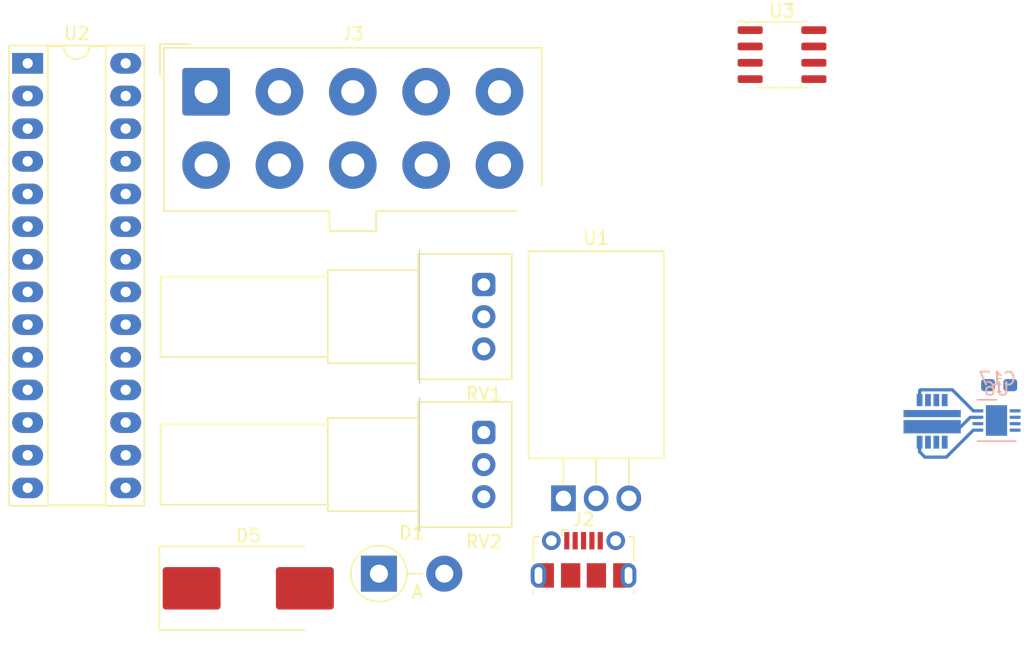
<source format=kicad_pcb>
(kicad_pcb (version 20221018) (generator pcbnew)
  (layers (0 "F.Cu" signal) (31 "B.Cu" signal) (34 "B.Paste" user) (35 "F.Paste" user) (36 "B.SilkS" user "B.Silkscreen") (37 "F.SilkS" user "F.Silkscreen") (38 "B.Mask" user) (39 "F.Mask" user) (44 "Edge.Cuts" user))
  (net 0 "")
  (net 1 "/Vbat")
  (net 2 "+5V")
  (net 3 "/SW")
  (net 4 "GND")
  (net 5 "Net-(J2-D-)")
  (net 6 "Net-(J2-D+)")
  (net 8 "/mosi")
  (net 11 "/reset")
  (net 13 "/sck")
  (net 14 "/miso")
  (net 15 "/Vreg")
  (net 16 "/adc_frequency")
  (net 17 "/adc_depth")
  (net 18 "/RxD")
  (net 19 "/TxD")
  (net 20 "/LT8642_PG")
  (net 21 "/Button")
  (net 25 "Net-(U2-(T1)PD5)")
  (net 26 "Net-(U2-(AIN0)PD6)")
  (net 27 "Net-(U2-(AIN1)PD7)")
  (net 28 "/LT8642_EN")
  (net 29 "/pwm_low_0")
  (net 30 "/pwm_low_1")
  (net 31 "/adc_vbat")
  (net 32 "/adc_imon")
  (net 33 "/sda")
  (net 34 "/scl")
  (net 38 "/bst1")
  (net 39 "/sw1")
  (net 40 "/hg1")
  (net 41 "/lg1")
  (footprint "Package_DIP:DIP-28_W7.62mm_Socket_LongPads" (layer "F.Cu") (at 84.3 32.3725)
    (fp_text reference "U2" (at 3.81 -2.33) (layer "F.SilkS"))
    (fp_text value "ATMEGA8-16PU")
    (fp_line (start -1.44 -1.39) (end -1.44 34.41) (stroke (width 0.12)) (layer "F.SilkS"))
    (fp_line (start -1.44 34.41) (end 9.06 34.41) (stroke (width 0.12)) (layer "F.SilkS"))
    (fp_line (start 1.56 -1.33) (end 1.56 34.35) (stroke (width 0.12)) (layer "F.SilkS"))
    (fp_line (start 1.56 34.35) (end 6.06 34.35) (stroke (width 0.12)) (layer "F.SilkS"))
    (fp_line (start 2.81 -1.33) (end 1.56 -1.33) (stroke (width 0.12)) (layer "F.SilkS"))
    (fp_line (start 6.06 -1.33) (end 4.81 -1.33) (stroke (width 0.12)) (layer "F.SilkS"))
    (fp_line (start 6.06 34.35) (end 6.06 -1.33) (stroke (width 0.12)) (layer "F.SilkS"))
    (fp_line (start 9.06 -1.39) (end -1.44 -1.39) (stroke (width 0.12)) (layer "F.SilkS"))
    (fp_line (start 9.06 34.41) (end 9.06 -1.39) (stroke (width 0.12)) (layer "F.SilkS"))
    (fp_arc (start 4.81 -1.33) (mid 3.81 -0.33) (end 2.81 -1.33) (stroke (width 0.12)) (layer "F.SilkS"))
    (pad "1" thru_hole rect (at 0 0) (size 2.4 1.6) (drill 0.8) (layers "*.Cu" "*.Mask") (net 11 "/reset"))
    (pad "2" thru_hole oval (at 0 2.54) (size 2.4 1.6) (drill 0.8) (layers "*.Cu" "*.Mask") (net 18 "/RxD"))
    (pad "3" thru_hole oval (at 0 5.08) (size 2.4 1.6) (drill 0.8) (layers "*.Cu" "*.Mask") (net 19 "/TxD"))
    (pad "4" thru_hole oval (at 0 7.62) (size 2.4 1.6) (drill 0.8) (layers "*.Cu" "*.Mask") (net 20 "/LT8642_PG"))
    (pad "5" thru_hole oval (at 0 10.16) (size 2.4 1.6) (drill 0.8) (layers "*.Cu" "*.Mask") (net 21 "/Button"))
    (pad "6" thru_hole oval (at 0 12.7) (size 2.4 1.6) (drill 0.8) (layers "*.Cu" "*.Mask"))
    (pad "7" thru_hole oval (at 0 15.24) (size 2.4 1.6) (drill 0.8) (layers "*.Cu" "*.Mask") (net 2 "+5V"))
    (pad "8" thru_hole oval (at 0 17.78) (size 2.4 1.6) (drill 0.8) (layers "*.Cu" "*.Mask") (net 4 "GND"))
    (pad "9" thru_hole oval (at 0 20.32) (size 2.4 1.6) (drill 0.8) (layers "*.Cu" "*.Mask"))
    (pad "10" thru_hole oval (at 0 22.86) (size 2.4 1.6) (drill 0.8) (layers "*.Cu" "*.Mask"))
    (pad "11" thru_hole oval (at 0 25.4) (size 2.4 1.6) (drill 0.8) (layers "*.Cu" "*.Mask") (net 25 "Net-(U2-(T1)PD5)"))
    (pad "12" thru_hole oval (at 0 27.94) (size 2.4 1.6) (drill 0.8) (layers "*.Cu" "*.Mask") (net 26 "Net-(U2-(AIN0)PD6)"))
    (pad "13" thru_hole oval (at 0 30.48) (size 2.4 1.6) (drill 0.8) (layers "*.Cu" "*.Mask") (net 27 "Net-(U2-(AIN1)PD7)"))
    (pad "14" thru_hole oval (at 0 33.02) (size 2.4 1.6) (drill 0.8) (layers "*.Cu" "*.Mask") (net 28 "/LT8642_EN"))
    (pad "15" thru_hole oval (at 7.62 33.02) (size 2.4 1.6) (drill 0.8) (layers "*.Cu" "*.Mask") (net 29 "/pwm_low_0"))
    (pad "16" thru_hole oval (at 7.62 30.48) (size 2.4 1.6) (drill 0.8) (layers "*.Cu" "*.Mask") (net 30 "/pwm_low_1"))
    (pad "17" thru_hole oval (at 7.62 27.94) (size 2.4 1.6) (drill 0.8) (layers "*.Cu" "*.Mask") (net 8 "/mosi"))
    (pad "18" thru_hole oval (at 7.62 25.4) (size 2.4 1.6) (drill 0.8) (layers "*.Cu" "*.Mask") (net 14 "/miso"))
    (pad "19" thru_hole oval (at 7.62 22.86) (size 2.4 1.6) (drill 0.8) (layers "*.Cu" "*.Mask") (net 13 "/sck"))
    (pad "20" thru_hole oval (at 7.62 20.32) (size 2.4 1.6) (drill 0.8) (layers "*.Cu" "*.Mask") (net 2 "+5V"))
    (pad "21" thru_hole oval (at 7.62 17.78) (size 2.4 1.6) (drill 0.8) (layers "*.Cu" "*.Mask") (net 2 "+5V"))
    (pad "22" thru_hole oval (at 7.62 15.24) (size 2.4 1.6) (drill 0.8) (layers "*.Cu" "*.Mask") (net 4 "GND"))
    (pad "23" thru_hole oval (at 7.62 12.7) (size 2.4 1.6) (drill 0.8) (layers "*.Cu" "*.Mask") (net 16 "/adc_frequency"))
    (pad "24" thru_hole oval (at 7.62 10.16) (size 2.4 1.6) (drill 0.8) (layers "*.Cu" "*.Mask") (net 17 "/adc_depth"))
    (pad "25" thru_hole oval (at 7.62 7.62) (size 2.4 1.6) (drill 0.8) (layers "*.Cu" "*.Mask") (net 31 "/adc_vbat"))
    (pad "26" thru_hole oval (at 7.62 5.08) (size 2.4 1.6) (drill 0.8) (layers "*.Cu" "*.Mask") (net 32 "/adc_imon"))
    (pad "27" thru_hole oval (at 7.62 2.54) (size 2.4 1.6) (drill 0.8) (layers "*.Cu" "*.Mask") (net 33 "/sda"))
    (pad "28" thru_hole oval (at 7.62 0) (size 2.4 1.6) (drill 0.8) (layers "*.Cu" "*.Mask") (net 34 "/scl"))
  )
  (footprint "Connector_USB:USB_Micro-B_Molex-105017-0001" (layer "F.Cu") (at 127.5 70.9625)
    (fp_text reference "J2" (at 0 -3.1125) (layer "F.SilkS"))
    (fp_text value "USB_OTG")
    (fp_line (start -3.9 -1.7625) (end -3.45 -1.7625) (stroke (width 0.12)) (layer "F.SilkS"))
    (fp_line (start -3.9 0.0875) (end -3.9 -1.7625) (stroke (width 0.12)) (layer "F.SilkS"))
    (fp_line (start -3.9 2.6375) (end -3.9 2.3875) (stroke (width 0.12)) (layer "F.SilkS"))
    (fp_line (start -1.7 -2.3125) (end -1.7 -1.8625) (stroke (width 0.12)) (layer "F.SilkS"))
    (fp_line (start -1.7 -2.3125) (end -1.25 -2.3125) (stroke (width 0.12)) (layer "F.SilkS"))
    (fp_line (start 3.9 -1.7625) (end 3.45 -1.7625) (stroke (width 0.12)) (layer "F.SilkS"))
    (fp_line (start 3.9 0.0875) (end 3.9 -1.7625) (stroke (width 0.12)) (layer "F.SilkS"))
    (fp_line (start 3.9 2.6375) (end 3.9 2.3875) (stroke (width 0.12)) (layer "F.SilkS"))
    (pad "1" smd rect (at -1.3 -1.4625) (size 0.4 1.35) (layers "F.Cu" "F.Paste" "F.Mask") (net 2 "+5V"))
    (pad "2" smd rect (at -0.65 -1.4625) (size 0.4 1.35) (layers "F.Cu" "F.Paste" "F.Mask") (net 5 "Net-(J2-D-)"))
    (pad "3" smd rect (at 0 -1.4625) (size 0.4 1.35) (layers "F.Cu" "F.Paste" "F.Mask") (net 6 "Net-(J2-D+)"))
    (pad "4" smd rect (at 0.65 -1.4625) (size 0.4 1.35) (layers "F.Cu" "F.Paste" "F.Mask"))
    (pad "5" smd rect (at 1.3 -1.4625) (size 0.4 1.35) (layers "F.Cu" "F.Paste" "F.Mask") (net 4 "GND"))
    (pad "6" thru_hole oval (at -3.5 1.2375 180) (size 1.2 1.9) (drill oval 0.6 1.3) (layers "*.Cu" "*.Mask") (net 4 "GND"))
    (pad "6" smd rect (at -2.9 1.2375) (size 1.2 1.9) (layers "F.Cu" "F.Mask") (net 4 "GND"))
    (pad "6" thru_hole circle (at -2.5 -1.4625) (size 1.45 1.45) (drill 0.85) (layers "*.Cu" "*.Mask") (net 4 "GND"))
    (pad "6" smd rect (at -1 1.2375) (size 1.5 1.9) (layers "F.Cu" "F.Paste" "F.Mask") (net 4 "GND"))
    (pad "6" smd rect (at 1 1.2375) (size 1.5 1.9) (layers "F.Cu" "F.Paste" "F.Mask") (net 4 "GND"))
    (pad "6" thru_hole circle (at 2.5 -1.4625) (size 1.45 1.45) (drill 0.85) (layers "*.Cu" "*.Mask") (net 4 "GND"))
    (pad "6" smd rect (at 2.9 1.2375) (size 1.2 1.9) (layers "F.Cu" "F.Mask") (net 4 "GND"))
    (pad "6" thru_hole oval (at 3.5 1.2375) (size 1.2 1.9) (drill oval 0.6 1.3) (layers "*.Cu" "*.Mask") (net 4 "GND"))
  )
  (footprint "Package_TO_SOT_THT:TO-220F-3_Horizontal_TabDown" (layer "F.Cu") (at 125.94 66.2025)
    (fp_text reference "U1" (at 2.54 -20.22) (layer "F.SilkS"))
    (fp_text value "L7805")
    (fp_line (start -2.71 -19.22) (end -2.71 -3.11) (stroke (width 0.12)) (layer "F.SilkS"))
    (fp_line (start -2.71 -19.22) (end 7.79 -19.22) (stroke (width 0.12)) (layer "F.SilkS"))
    (fp_line (start -2.71 -3.11) (end 7.79 -3.11) (stroke (width 0.12)) (layer "F.SilkS"))
    (fp_line (start 0 -3.11) (end 0 -1.15) (stroke (width 0.12)) (layer "F.SilkS"))
    (fp_line (start 2.54 -3.11) (end 2.54 -1.15) (stroke (width 0.12)) (layer "F.SilkS"))
    (fp_line (start 5.08 -3.11) (end 5.08 -1.15) (stroke (width 0.12)) (layer "F.SilkS"))
    (fp_line (start 7.79 -19.22) (end 7.79 -3.11) (stroke (width 0.12)) (layer "F.SilkS"))
    (pad "" np_thru_hole oval (at 2.54 -15.8) (size 3.5 3.5) (drill 3.5) (layers "*.Cu" "*.Mask"))
    (pad "1" thru_hole rect (at 0 0) (size 1.905 2) (drill 1.2) (layers "*.Cu" "*.Mask") (net 1 "/Vbat"))
    (pad "2" thru_hole oval (at 2.54 0) (size 1.905 2) (drill 1.2) (layers "*.Cu" "*.Mask") (net 4 "GND"))
    (pad "3" thru_hole oval (at 5.08 0) (size 1.905 2) (drill 1.2) (layers "*.Cu" "*.Mask") (net 2 "+5V"))
  )
  (footprint "Diode_THT:D_5W_P5.08mm_Vertical_AnodeUp" (layer "F.Cu") (at 111.599899 72.062399)
    (fp_text reference "D1" (at 2.54 -3.174899) (layer "F.SilkS"))
    (fp_text value "D_Schottky")
    (fp_text user "A" (at 2.98 1.4) (layer "F.SilkS"))
    (fp_line (start 2.174899 0) (end 3.38 0) (stroke (width 0.12)) (layer "F.SilkS"))
    (fp_circle (center 0 0) (end 2.174899 0) (stroke (width 0.12)) (fill none) (layer "F.SilkS"))
    (pad "1" thru_hole rect (at 0 0) (size 2.8 2.8) (drill 1.4) (layers "*.Cu" "*.Mask") (net 1 "/Vbat"))
    (pad "2" thru_hole oval (at 5.08 0) (size 2.8 2.8) (drill 1.4) (layers "*.Cu" "*.Mask") (net 2 "+5V"))
  )
  (footprint "Package_SO:SOIC-8_3.9x4.9mm_P1.27mm" (layer "F.Cu") (at 142.925 31.695)
    (fp_text reference "U3" (at 0 -3.4) (layer "F.SilkS"))
    (fp_text value "LM75B")
    (fp_line (start 0 -2.56) (end -3.45 -2.56) (stroke (width 0.12)) (layer "F.SilkS"))
    (fp_line (start 0 -2.56) (end 1.95 -2.56) (stroke (width 0.12)) (layer "F.SilkS"))
    (fp_line (start 0 2.56) (end -1.95 2.56) (stroke (width 0.12)) (layer "F.SilkS"))
    (fp_line (start 0 2.56) (end 1.95 2.56) (stroke (width 0.12)) (layer "F.SilkS"))
    (pad "1" smd roundrect (at -2.475 -1.905) (size 1.95 0.6) (layers "F.Cu" "F.Paste" "F.Mask") (net 33 "/sda"))
    (pad "2" smd roundrect (at -2.475 -0.635) (size 1.95 0.6) (layers "F.Cu" "F.Paste" "F.Mask") (net 34 "/scl"))
    (pad "3" smd roundrect (at -2.475 0.635) (size 1.95 0.6) (layers "F.Cu" "F.Paste" "F.Mask"))
    (pad "4" smd roundrect (at -2.475 1.905) (size 1.95 0.6) (layers "F.Cu" "F.Paste" "F.Mask") (net 4 "GND"))
    (pad "5" smd roundrect (at 2.475 1.905) (size 1.95 0.6) (layers "F.Cu" "F.Paste" "F.Mask") (net 4 "GND"))
    (pad "6" smd roundrect (at 2.475 0.635) (size 1.95 0.6) (layers "F.Cu" "F.Paste" "F.Mask") (net 4 "GND"))
    (pad "7" smd roundrect (at 2.475 -0.635) (size 1.95 0.6) (layers "F.Cu" "F.Paste" "F.Mask") (net 2 "+5V"))
    (pad "8" smd roundrect (at 2.475 -1.905) (size 1.95 0.6) (layers "F.Cu" "F.Paste" "F.Mask") (net 2 "+5V"))
  )
  (footprint "Diode_SMD:D_SMC_Handsoldering" (layer "F.Cu") (at 101.445 73.2025)
    (fp_text reference "D5" (at 0 -4.1) (layer "F.SilkS"))
    (fp_text value "SK34-TP")
    (fp_line (start -6.91 -3.25) (end 4.4 -3.25) (stroke (width 0.12)) (layer "F.SilkS"))
    (fp_line (start -6.91 3.25) (end -6.91 -3.25) (stroke (width 0.12)) (layer "F.SilkS"))
    (fp_line (start -6.91 3.25) (end 4.4 3.25) (stroke (width 0.12)) (layer "F.SilkS"))
    (pad "1" smd roundrect (at -4.4 0 90) (size 3.3 4.5) (layers "F.Cu" "F.Paste" "F.Mask") (roundrect_rratio 0.0757575758) (net 3 "/SW"))
    (pad "2" smd roundrect (at 4.4 0 90) (size 3.3 4.5) (layers "F.Cu" "F.Paste" "F.Mask") (roundrect_rratio 0.0757575758) (net 4 "GND"))
  )
  (footprint "Potentiometer_THT:Potentiometer_Alps_RK097_Single_Horizontal" (layer "F.Cu") (at 119.75 49.5775)
    (fp_text reference "RV1" (at 0 8.5 180) (layer "F.SilkS"))
    (fp_text value "Frequency")
    (fp_line (start -25.12 5.62) (end -25.12 -0.62) (stroke (width 0.12)) (layer "F.SilkS"))
    (fp_line (start -12.12 -0.62) (end -25.12 -0.62) (stroke (width 0.12)) (layer "F.SilkS"))
    (fp_line (start -12.12 5.62) (end -25.12 5.62) (stroke (width 0.12)) (layer "F.SilkS"))
    (fp_line (start -12.12 6.12) (end -12.12 -1.12) (stroke (width 0.12)) (layer "F.SilkS"))
    (fp_line (start -5.12 -1.12) (end -12.12 -1.12) (stroke (width 0.12)) (layer "F.SilkS"))
    (fp_line (start -5.12 6.12) (end -12.12 6.12) (stroke (width 0.12)) (layer "F.SilkS"))
    (fp_line (start -5.12 7.37) (end -5.12 -2.37) (stroke (width 0.12)) (layer "F.SilkS"))
    (fp_line (start 2.175 -2.37) (end -5.12 -2.37) (stroke (width 0.12)) (layer "F.SilkS"))
    (fp_line (start 2.175 7.37) (end -5.12 7.37) (stroke (width 0.12)) (layer "F.SilkS"))
    (fp_line (start 2.175 7.37) (end 2.175 -2.37) (stroke (width 0.12)) (layer "F.SilkS"))
    (fp_line (start -5 -2.7) (end -5 7.7) (stroke (width 0.1)) (layer "Edge.Cuts"))
    (pad "1" thru_hole roundrect (at 0 0 180) (size 1.8 1.8) (drill 1) (layers "*.Cu" "*.Mask") (net 2 "+5V"))
    (pad "2" thru_hole circle (at 0 2.5 180) (size 1.8 1.8) (drill 1) (layers "*.Cu" "*.Mask") (net 16 "/adc_frequency"))
    (pad "3" thru_hole circle (at 0 5 180) (size 1.8 1.8) (drill 1) (layers "*.Cu" "*.Mask") (net 4 "GND"))
  )
  (footprint "Potentiometer_THT:Potentiometer_Alps_RK097_Single_Horizontal" (layer "F.Cu") (at 119.75 61.0775)
    (fp_text reference "RV2" (at 0 8.5 180) (layer "F.SilkS"))
    (fp_text value "Depth")
    (fp_line (start -25.12 5.62) (end -25.12 -0.62) (stroke (width 0.12)) (layer "F.SilkS"))
    (fp_line (start -12.12 -0.62) (end -25.12 -0.62) (stroke (width 0.12)) (layer "F.SilkS"))
    (fp_line (start -12.12 5.62) (end -25.12 5.62) (stroke (width 0.12)) (layer "F.SilkS"))
    (fp_line (start -12.12 6.12) (end -12.12 -1.12) (stroke (width 0.12)) (layer "F.SilkS"))
    (fp_line (start -5.12 -1.12) (end -12.12 -1.12) (stroke (width 0.12)) (layer "F.SilkS"))
    (fp_line (start -5.12 6.12) (end -12.12 6.12) (stroke (width 0.12)) (layer "F.SilkS"))
    (fp_line (start -5.12 7.37) (end -5.12 -2.37) (stroke (width 0.12)) (layer "F.SilkS"))
    (fp_line (start 2.175 -2.37) (end -5.12 -2.37) (stroke (width 0.12)) (layer "F.SilkS"))
    (fp_line (start 2.175 7.37) (end -5.12 7.37) (stroke (width 0.12)) (layer "F.SilkS"))
    (fp_line (start 2.175 7.37) (end 2.175 -2.37) (stroke (width 0.12)) (layer "F.SilkS"))
    (fp_line (start -5 -2.7) (end -5 7.7) (stroke (width 0.1)) (layer "Edge.Cuts"))
    (pad "1" thru_hole roundrect (at 0 0 180) (size 1.8 1.8) (drill 1) (layers "*.Cu" "*.Mask") (net 2 "+5V"))
    (pad "2" thru_hole circle (at 0 2.5 180) (size 1.8 1.8) (drill 1) (layers "*.Cu" "*.Mask") (net 17 "/adc_depth"))
    (pad "3" thru_hole circle (at 0 5 180) (size 1.8 1.8) (drill 1) (layers "*.Cu" "*.Mask") (net 4 "GND"))
  )
  (footprint "Connector_Molex:Molex_Mega-Fit_76829-0110_2x05_P5.70mm_Vertical" (layer "F.Cu") (at 98.17 34.5825)
    (fp_text reference "J3" (at 11.4 -4.51) (layer "F.SilkS"))
    (fp_text value "ISP")
    (fp_line (start -3.585 -3.72) (end -1.175 -3.72) (stroke (width 0.12)) (layer "F.SilkS"))
    (fp_line (start -3.585 -1.31) (end -3.585 -3.72) (stroke (width 0.12)) (layer "F.SilkS"))
    (fp_line (start -3.285 -3.42) (end -3.285 9.28) (stroke (width 0.12)) (layer "F.SilkS"))
    (fp_line (start -3.285 9.28) (end 9.59 9.28) (stroke (width 0.12)) (layer "F.SilkS"))
    (fp_line (start 9.59 9.28) (end 9.59 10.83) (stroke (width 0.12)) (layer "F.SilkS"))
    (fp_line (start 9.59 10.83) (end 11.4 10.83) (stroke (width 0.12)) (layer "F.SilkS"))
    (fp_line (start 11.4 -3.42) (end -3.285 -3.42) (stroke (width 0.12)) (layer "F.SilkS"))
    (fp_line (start 11.4 -3.42) (end 26.085 -3.42) (stroke (width 0.12)) (layer "F.SilkS"))
    (fp_line (start 13.21 9.28) (end 13.21 10.83) (stroke (width 0.12)) (layer "F.SilkS"))
    (fp_line (start 13.21 10.83) (end 11.4 10.83) (stroke (width 0.12)) (layer "F.SilkS"))
    (fp_line (start 24.12 9.28) (end 13.21 9.28) (stroke (width 0.12)) (layer "F.SilkS"))
    (fp_line (start 26.085 -3.42) (end 26.085 7.31) (stroke (width 0.12)) (layer "F.SilkS"))
    (pad "" np_thru_hole circle (at 25.28 8.47) (size 1.8 1.8) (drill 1.8) (layers "*.Cu" "*.Mask"))
    (pad "1" thru_hole roundrect (at 0 0) (size 3.7 3.7) (drill 1.8) (layers "*.Cu" "*.Mask") (roundrect_rratio 0.067568) (net 8 "/mosi"))
    (pad "2" thru_hole circle (at 5.7 0) (size 3.7 3.7) (drill 1.8) (layers "*.Cu" "*.Mask") (net 2 "+5V"))
    (pad "3" thru_hole circle (at 11.4 0) (size 3.7 3.7) (drill 1.8) (layers "*.Cu" "*.Mask"))
    (pad "4" thru_hole circle (at 17.1 0) (size 3.7 3.7) (drill 1.8) (layers "*.Cu" "*.Mask"))
    (pad "5" thru_hole circle (at 22.8 0) (size 3.7 3.7) (drill 1.8) (layers "*.Cu" "*.Mask") (net 11 "/reset"))
    (pad "6" thru_hole circle (at 0 5.7) (size 3.7 3.7) (drill 1.8) (layers "*.Cu" "*.Mask"))
    (pad "7" thru_hole circle (at 5.7 5.7) (size 3.7 3.7) (drill 1.8) (layers "*.Cu" "*.Mask") (net 13 "/sck"))
    (pad "8" thru_hole circle (at 11.4 5.7) (size 3.7 3.7) (drill 1.8) (layers "*.Cu" "*.Mask") (net 4 "GND"))
    (pad "9" thru_hole circle (at 17.1 5.7) (size 3.7 3.7) (drill 1.8) (layers "*.Cu" "*.Mask") (net 14 "/miso"))
    (pad "10" thru_hole circle (at 22.8 5.7) (size 3.7 3.7) (drill 1.8) (layers "*.Cu" "*.Mask") (net 4 "GND"))
  )
  (footprint "Package_DFN_QFN:DFN-8-1EP_3x3mm_P0.5mm_EP1.65x2.38mm" (layer "B.Cu") (at 159.5925 60.15 180)
    (fp_text reference "U6" (at 0 2.45) (layer "B.SilkS") (effects (justify mirror)))
    (fp_text value "~")
    (fp_line (start -1.5 -1.61) (end 1.5 -1.61) (stroke (width 0.12)) (layer "B.SilkS"))
    (fp_line (start 0 1.61) (end 1.5 1.61) (stroke (width 0.12)) (layer "B.SilkS"))
    (pad "1" smd roundrect (at -1.45 0.75 180) (size 0.85 0.25) (layers "B.Cu" "B.Paste" "B.Mask") (net 38 "/bst1"))
    (pad "2" smd roundrect (at -1.45 0.25 180) (size 0.85 0.25) (layers "B.Cu" "B.Paste" "B.Mask"))
    (pad "3" smd roundrect (at -1.45 -0.25 180) (size 0.85 0.25) (layers "B.Cu" "B.Paste" "B.Mask"))
    (pad "4" smd roundrect (at -1.45 -0.75 180) (size 0.85 0.25) (layers "B.Cu" "B.Paste" "B.Mask") (net 2 "+5V"))
    (pad "5" smd roundrect (at 1.45 -0.75 180) (size 0.85 0.25) (layers "B.Cu" "B.Paste" "B.Mask") (net 41 "/lg1"))
    (pad "6" smd roundrect (at 1.45 -0.25 180) (size 0.85 0.25) (layers "B.Cu" "B.Paste" "B.Mask") (net 4 "GND"))
    (pad "7" smd roundrect (at 1.45 0.25 180) (size 0.85 0.25) (layers "B.Cu" "B.Paste" "B.Mask") (net 39 "/sw1"))
    (pad "8" smd roundrect (at 1.45 0.75 180) (size 0.85 0.25) (layers "B.Cu" "B.Paste" "B.Mask") (net 40 "/hg1"))
    (pad "9" smd rect (at 0 0 180) (size 1.65 2.38) (layers "B.Cu" "B.Mask") (net 4 "GND"))
  )
  (footprint "Capacitor_SMD:C_0603_1608Metric_Pad1.08x0.95mm_HandSolder" (layer "B.Cu") (at 159.8 57.4 180)
    (fp_text reference "C17" (at 0.146267 0.51) (layer "B.SilkS") (effects (justify mirror)))
    (fp_text value "C")
    (fp_line (start -0.146267 -0.51) (end 0.146267 -0.51) (stroke (width 0.12)) (layer "B.SilkS"))
    (fp_line (start -0.146267 0.51) (end 0.146267 0.51) (stroke (width 0.12)) (layer "B.SilkS"))
    (pad "1" smd roundrect (at -0.8625 0 180) (size 1.075 0.95) (layers "B.Cu" "B.Paste" "B.Mask") (net 38 "/bst1"))
    (pad "2" smd roundrect (at 0.8625 0 180) (size 1.075 0.95) (layers "B.Cu" "B.Paste" "B.Mask") (net 39 "/sw1"))
  )
  (footprint "g7_transistor:PowerPAIR3x3" (layer "B.Cu") (at 154.5925 60.2)
    (fp_text reference "Q1" hide)
    (fp_text value "SiZ340DT")
    (pad "1" smd rect (at -0.975 -1.636) (size 0.45 0.95) (layers "B.Cu" "B.Paste" "B.Mask") (net 40 "/hg1"))
    (pad "2" smd rect (at -0.325 -1.636) (size 0.45 0.95) (layers "B.Cu" "B.Paste" "B.Mask") (net 15 "/Vreg"))
    (pad "3" smd rect (at 0.325 -1.636) (size 0.45 0.95) (layers "B.Cu" "B.Paste" "B.Mask") (net 15 "/Vreg"))
    (pad "4" smd rect (at 0.975 -1.636) (size 0.45 0.95) (layers "B.Cu" "B.Paste" "B.Mask") (net 15 "/Vreg"))
    (pad "5" smd rect (at 0.975 1.636) (size 0.45 1) (layers "B.Cu" "B.Paste" "B.Mask") (net 4 "GND"))
    (pad "6" smd rect (at 0.325 1.636) (size 0.45 1) (layers "B.Cu" "B.Paste" "B.Mask") (net 4 "GND"))
    (pad "7" smd rect (at -0.325 1.636) (size 0.45 1) (layers "B.Cu" "B.Paste" "B.Mask") (net 4 "GND"))
    (pad "8" smd rect (at -0.975 1.636) (size 0.45 1) (layers "B.Cu" "B.Paste" "B.Mask") (net 41 "/lg1"))
    (pad "9" smd rect (at 0 0.434) (size 4.45 1.036) (layers "B.Cu" "B.Paste" "B.Mask") (net 39 "/sw1"))
    (pad "10" smd rect (at 0 -0.587) (size 4.45 0.562) (layers "B.Cu" "B.Paste" "B.Mask") (net 15 "/Vreg"))
  )
  (segment (start 156.822104 60.634) (end 157.556104 59.9) (width 0.25) (layer "B.Cu") (net 39))
  (segment (start 157.556104 59.9) (end 158.1425 59.9) (width 0.25) (layer "B.Cu") (net 39))
  (segment (start 154.5925 60.634) (end 156.822104 60.634) (width 0.25) (layer "B.Cu") (net 39))
  (segment (start 153.6925 57.764) (end 153.6175 57.839) (width 0.25) (layer "B.Cu") (net 40))
  (segment (start 156.1565 57.764) (end 153.6925 57.764) (width 0.25) (layer "B.Cu") (net 40))
  (segment (start 153.6175 57.839) (end 153.6175 58.564) (width 0.25) (layer "B.Cu") (net 40))
  (segment (start 157.7925 59.4) (end 156.1565 57.764) (width 0.25) (layer "B.Cu") (net 40))
  (segment (start 153.6175 61.836) (end 153.6175 62.586) (width 0.25) (layer "B.Cu") (net 41))
  (segment (start 155.6925 63) (end 157.7925 60.9) (width 0.25) (layer "B.Cu") (net 41))
  (segment (start 154.0315 63) (end 155.6925 63) (width 0.25) (layer "B.Cu") (net 41))
  (segment (start 153.6175 62.586) (end 154.0315 63) (width 0.25) (layer "B.Cu") (net 41))
)
</source>
